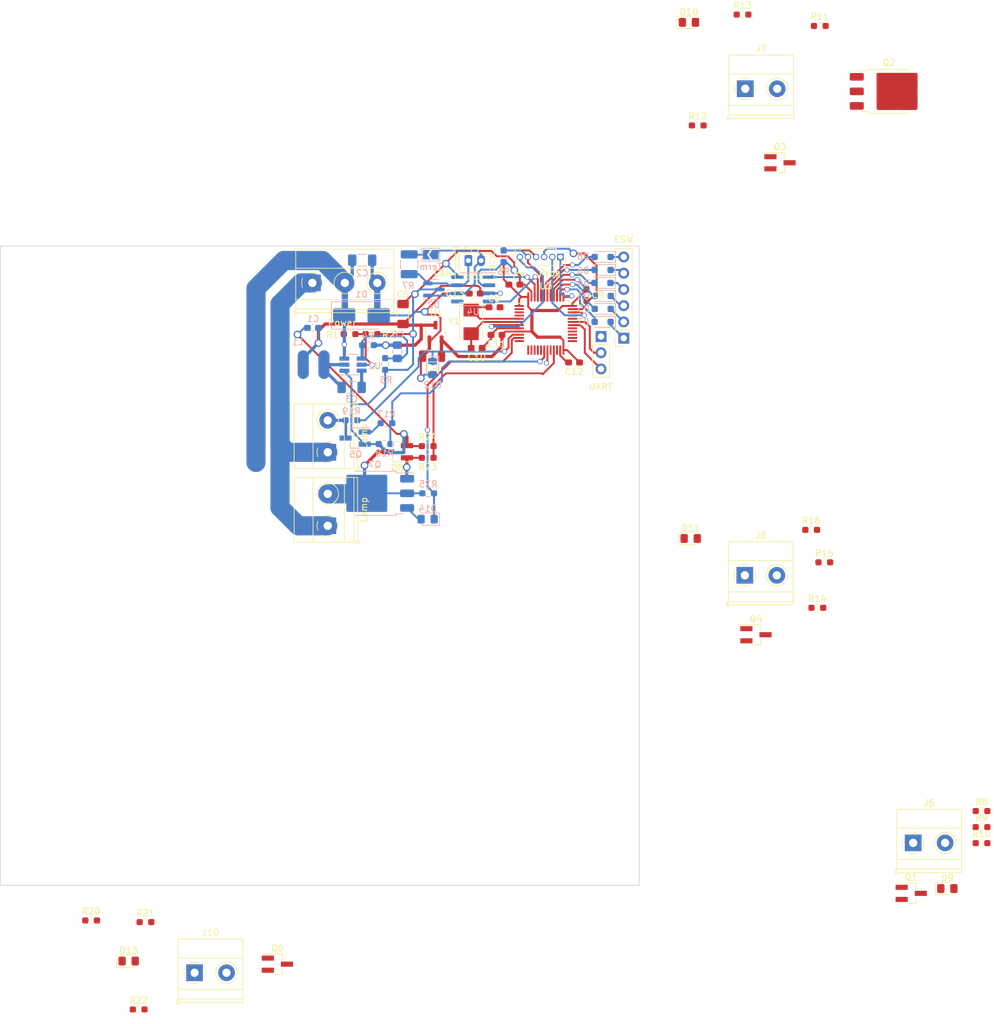
<source format=kicad_pcb>
(kicad_pcb (version 20221018) (generator pcbnew)
  (layers (0 "F.Cu" signal) (31 "B.Cu" signal) (34 "B.Paste" user) (35 "F.Paste" user) (36 "B.SilkS" user "B.Silkscreen") (37 "F.SilkS" user "F.Silkscreen") (38 "B.Mask" user) (39 "F.Mask" user) (44 "Edge.Cuts" user))
  (net 0 "")
  (net 1 "+5V")
  (net 2 "GND")
  (net 3 "+12V")
  (net 4 "Net-(U2-SW)")
  (net 5 "Net-(U2-BS)")
  (net 6 "+3V3")
  (net 7 "Net-(U2-FB)")
  (net 8 "/OSC_IN")
  (net 9 "/OSC_OUT")
  (net 10 "/CANL")
  (net 11 "/CANH")
  (net 12 "Net-(D3-K)")
  (net 13 "/SW3")
  (net 14 "Net-(D4-K)")
  (net 15 "/SW4")
  (net 16 "Net-(D5-K)")
  (net 17 "/SW2")
  (net 18 "Net-(D6-K)")
  (net 19 "/SW5")
  (net 20 "Net-(D7-K)")
  (net 21 "/SW1")
  (net 22 "Net-(D8-K)")
  (net 23 "/SW6")
  (net 24 "/adc0")
  (net 25 "/adc4")
  (net 26 "/adc1")
  (net 27 "/adc2")
  (net 28 "/adc3")
  (net 29 "/adc5")
  (net 30 "/HOT@Always")
  (net 31 "/Rx")
  (net 32 "/Tx")
  (net 33 "/SWCLK")
  (net 34 "/SWDIO")
  (net 35 "Net-(J3-Pin_4)")
  (net 36 "/BOOT0")
  (net 37 "/NRST")
  (net 38 "Net-(J6-Pin_2)")
  (net 39 "/L_pwrX/d")
  (net 40 "Net-(J8-Pin_2)")
  (net 41 "Net-(J9-Pin_2)")
  (net 42 "Net-(J10-Pin_2)")
  (net 43 "/L_pwrX1/d")
  (net 44 "Net-(JP1-B)")
  (net 45 "Net-(Q1-G)")
  (net 46 "/L_pwrX/g")
  (net 47 "Net-(Q4-G)")
  (net 48 "Net-(Q5-G)")
  (net 49 "Net-(Q6-G)")
  (net 50 "/L_pwrX1/g")
  (net 51 "/VEN")
  (net 52 "/T3_Ch1")
  (net 53 "/T2_Ch3")
  (net 54 "/T2_Ch4")
  (net 55 "/T3_Ch2")
  (net 59 "/T3_Ch3")
  (net 60 "/T3_Ch4")
  (net 63 "/CAN_Rx")
  (net 64 "/CAN_Tx")
  (footprint "Diode_SMD:D_0805_2012Metric_Pad1.15x1.40mm_HandSolder" (layer "F.Cu") (at 141.7738 22.985)
    (fp_text reference "D10")
    (fp_text value "MM3Z3V3")
  )
  (footprint "Resistor_SMD:R_0603_1608Metric_Pad0.98x0.95mm_HandSolder" (layer "F.Cu") (at 88.6695 71.755 180)
    (fp_text reference "R1")
    (fp_text value "300k")
  )
  (footprint "Package_TO_SOT_SMD:TO-252-3_TabPin2" (layer "F.Cu") (at 173.087 33.781)
    (fp_text reference "Q2")
    (fp_text value "IRLR7807")
  )
  (footprint "Resistor_SMD:R_0603_1608Metric_Pad0.98x0.95mm_HandSolder" (layer "F.Cu") (at 100.8907 91.1098 180)
    (fp_text reference "R23")
    (fp_text value "220")
  )
  (footprint "Diode_SMD:D_0805_2012Metric_Pad1.15x1.40mm_HandSolder" (layer "F.Cu") (at 182.2198 158.5038)
    (fp_text reference "D9")
    (fp_text value "MM3Z3V3")
  )
  (footprint "Resistor_SMD:R_0603_1608Metric_Pad0.98x0.95mm_HandSolder" (layer "F.Cu") (at 162.9683 107.4674)
    (fp_text reference "R15")
    (fp_text value "10k")
  )
  (footprint "Capacitor_SMD:C_0603_1608Metric_Pad1.08x0.95mm_HandSolder" (layer "F.Cu") (at 108.2559 65.405)
    (fp_text reference "C13")
    (fp_text value "0.1")
  )
  (footprint "Package_TO_SOT_SMD:SOT-23_Handsoldering" (layer "F.Cu") (at 77.367 170.3324)
    (fp_text reference "Q6")
    (fp_text value "AO3407")
  )
  (footprint "Package_TO_SOT_SMD:SOT-23_Handsoldering" (layer "F.Cu") (at 156.0308 44.956)
    (fp_text reference "Q3")
    (fp_text value "AO3407")
  )
  (footprint "TerminalBlock_Phoenix:TerminalBlock_Phoenix_MKDS-1,5-2_1x02_P5.00mm_Horizontal" (layer "F.Cu") (at 150.535 109.4996)
    (fp_text reference "J8")
    (fp_text value "Lamp")
  )
  (footprint "Package_TO_SOT_SMD:SOT-23_Handsoldering" (layer "F.Cu") (at 96.1376 90.1598 180)
    (fp_text reference "Q8")
    (fp_text value "AO3407")
  )
  (footprint "Crystal:Crystal_SMD_5032-2Pin_5.0x3.2mm" (layer "F.Cu") (at 107.696 69.85 -90)
    (fp_text reference "Y1")
    (fp_text value "NX5032GA-8MHz")
  )
  (footprint "Package_TO_SOT_SMD:SOT-23_Handsoldering" (layer "F.Cu") (at 152.2716 118.7958)
    (fp_text reference "Q4")
    (fp_text value "AO3407")
  )
  (footprint "TerminalBlock_Phoenix:TerminalBlock_Phoenix_MKDS-1,5-2_1x02_P5.00mm_Horizontal" (layer "F.Cu") (at 85.25 101.75 90)
    (fp_text reference "J11" hide)
    (fp_text value "Lamp")
  )
  (footprint "Package_QFP:LQFP-48_7x7mm_P0.5mm" (layer "F.Cu") (at 119.38 70.104)
    (fp_text reference "U3")
    (fp_text value "STM32F103C6Tx")
  )
  (footprint "TerminalBlock_Phoenix:TerminalBlock_Phoenix_MKDS-1,5-2_1x02_P5.00mm_Horizontal" (layer "F.Cu") (at 150.5966 33.3736)
    (fp_text reference "J7")
    (fp_text value "Lamp")
  )
  (footprint "Resistor_SMD:R_0603_1608Metric_Pad0.98x0.95mm_HandSolder" (layer "F.Cu") (at 48.2111 163.4998)
    (fp_text reference "R20")
    (fp_text value "100")
  )
  (footprint "Resistor_SMD:R_0603_1608Metric_Pad0.98x0.95mm_HandSolder" (layer "F.Cu") (at 162.2571 23.5438)
    (fp_text reference "R11")
    (fp_text value "220")
  )
  (footprint "Resistor_SMD:R_0603_1608Metric_Pad0.98x0.95mm_HandSolder" (layer "F.Cu") (at 100.8869 89.281)
    (fp_text reference "R24")
    (fp_text value "10k")
  )
  (footprint "Capacitor_SMD:C_0603_1608Metric_Pad1.08x0.95mm_HandSolder" (layer "F.Cu") (at 111.6595 71.882 180)
    (fp_text reference "C11")
    (fp_text value "0.1")
  )
  (footprint "TerminalBlock_Phoenix:TerminalBlock_Phoenix_MKDS-1,5-2_1x02_P5.00mm_Horizontal" (layer "F.Cu") (at 85.25 90.25 90)
    (fp_text reference "J9" hide)
    (fp_text value "Lamp")
  )
  (footprint "Connector_PinSocket_2.54mm:PinSocket_1x06_P2.54mm_Vertical" (layer "F.Cu") (at 131.572 72.39 180)
    (fp_text reference "J5" hide)
    (fp_text value "ESW")
  )
  (footprint "TerminalBlock_Phoenix:TerminalBlock_Phoenix_MKDS-1,5-2_1x02_P5.00mm_Horizontal" (layer "F.Cu") (at 176.8748 151.3588)
    (fp_text reference "J6")
    (fp_text value "Lamp")
  )
  (footprint "Resistor_SMD:R_0603_1608Metric_Pad0.98x0.95mm_HandSolder" (layer "F.Cu") (at 187.5748 148.8888)
    (fp_text reference "R9")
    (fp_text value "10k")
  )
  (footprint "Package_TO_SOT_SMD:SOT-23-3" (layer "F.Cu") (at 102.108 71.4955 90)
    (fp_text reference "U1")
    (fp_text value "XC6206PxxxMR")
  )
  (footprint "Resistor_SMD:R_0603_1608Metric_Pad0.98x0.95mm_HandSolder" (layer "F.Cu") (at 112.776 59.5865 90)
    (fp_text reference "R5")
    (fp_text value "6.8")
  )
  (footprint "Diode_SMD:D_0805_2012Metric_Pad1.15x1.40mm_HandSolder" (layer "F.Cu") (at 142.0532 103.7336)
    (fp_text reference "D11")
    (fp_text value "MM3Z3V3")
  )
  (footprint "Connector_PinSocket_2.54mm:PinSocket_1x03_P2.54mm_Vertical" (layer "F.Cu") (at 128.016 72.136)
    (fp_text reference "J2" hide)
    (fp_text value "UART")
  )
  (footprint "Package_TO_SOT_SMD:SOT-23_Handsoldering" (layer "F.Cu") (at 176.5748 159.2588)
    (fp_text reference "Q1")
    (fp_text value "AO3407")
  )
  (footprint "Resistor_SMD:R_0603_1608Metric_Pad0.98x0.95mm_HandSolder" (layer "F.Cu") (at 160.9109 102.3874)
    (fp_text reference "R16")
    (fp_text value "100k")
  )
  (footprint "Resistor_SMD:R_0603_1608Metric_Pad0.98x0.95mm_HandSolder" (layer "F.Cu") (at 150.1667 21.7658)
    (fp_text reference "R13")
    (fp_text value "100k")
  )
  (footprint "Resistor_SMD:R_0603_1608Metric_Pad0.98x0.95mm_HandSolder" (layer "F.Cu") (at 187.5748 151.3988)
    (fp_text reference "R10")
    (fp_text value "100k")
  )
  (footprint "Capacitor_SMD:C_1206_3216Metric" (layer "F.Cu") (at 101.5728 75.2094 180)
    (fp_text reference "C4")
    (fp_text value "47u")
  )
  (footprint "Resistor_SMD:R_0603_1608Metric_Pad0.98x0.95mm_HandSolder" (layer "F.Cu") (at 56.7201 163.7538)
    (fp_text reference "R21")
    (fp_text value "10k")
  )
  (footprint "Diode_SMD:D_0805_2012Metric_Pad1.15x1.40mm_HandSolder" (layer "F.Cu") (at 54.0856 169.8498)
    (fp_text reference "D13")
    (fp_text value "MM3Z3V3")
  )
  (footprint "TerminalBlock_Phoenix:TerminalBlock_Phoenix_MKDS-1,5-2_1x02_P5.00mm_Horizontal" (layer "F.Cu") (at 64.4036 171.6788)
    (fp_text reference "J10")
    (fp_text value "Lamp")
  )
  (footprint "Resistor_SMD:R_0603_1608Metric_Pad0.98x0.95mm_HandSolder" (layer "F.Cu") (at 187.5748 146.3788)
    (fp_text reference "R8")
    (fp_text value "100")
  )
  (footprint "Capacitor_SMD:C_0603_1608Metric_Pad1.08x0.95mm_HandSolder" (layer "F.Cu") (at 111.3525 67.564)
    (fp_text reference "C8")
    (fp_text value "6")
  )
  (footprint "Resistor_SMD:R_0603_1608Metric_Pad0.98x0.95mm_HandSolder" (layer "F.Cu") (at 55.6533 177.419)
    (fp_text reference "R22")
    (fp_text value "100k")
  )
  (footprint "Capacitor_SMD:C_0603_1608Metric_Pad1.08x0.95mm_HandSolder" (layer "F.Cu") (at 114.4535 64.008)
    (fp_text reference "C7")
    (fp_text value "0.1")
  )
  (footprint "TerminalBlock_Phoenix:TerminalBlock_Phoenix_MKDS-1,5-3-5.08_1x03_P5.08mm_Horizontal" (layer "F.Cu") (at 82.84 63.75)
    (fp_text reference "J1" hide)
    (fp_text value "Power")
  )
  (footprint "Resistor_SMD:R_0603_1608Metric_Pad0.98x0.95mm_HandSolder" (layer "F.Cu") (at 161.8761 114.5794)
    (fp_text reference "R14")
    (fp_text value "100")
  )
  (footprint "Capacitor_SMD:C_0603_1608Metric_Pad1.08x0.95mm_HandSolder" (layer "F.Cu") (at 108.5585 73.914)
    (fp_text reference "C10")
    (fp_text value "6")
  )
  (footprint "Connector_JST:JST_PH_B2B-PH-K_1x02_P2.00mm_Vertical" (layer "F.Cu") (at 107.25 60.25)
    (fp_text reference "J4" hide)
    (fp_text value "CAN")
  )
  (footprint "Connector_PinSocket_1.27mm:PinSocket_1x06_P1.27mm_Vertical" (layer "F.Cu") (at 121.666 59.69 -90)
    (fp_text reference "J3" hide)
    (fp_text value "Prog")
  )
  (footprint "Capacitor_SMD:C_1206_3216Metric_Pad1.33x1.80mm_HandSolder" (layer "F.Cu") (at 97.028 68.6185 90)
    (fp_text reference "C5")
    (fp_text value "47u")
  )
  (footprint "Capacitor_SMD:C_0603_1608Metric_Pad1.08x0.95mm_HandSolder" (layer "F.Cu") (at 123.7985 76.2 180)
    (fp_text reference "C12")
    (fp_text value "0.1")
  )
  (footprint "Resistor_SMD:R_0603_1608Metric_Pad0.98x0.95mm_HandSolder" (layer "F.Cu") (at 92.0985 71.755 180)
    (fp_text reference "R2")
    (fp_text value "100k")
  )
  (footprint "Capacitor_SMD:C_0603_1608Metric_Pad1.08x0.95mm_HandSolder" (layer "F.Cu") (at 125.73 65.6325 -90)
    (fp_text reference "C9")
    (fp_text value "0.1")
  )
  (footprint "Resistor_SMD:R_0603_1608Metric_Pad0.98x0.95mm_HandSolder" (layer "F.Cu") (at 143.1563 39.114)
    (fp_text reference "R12")
    (fp_text value "10k")
  )
  (footprint "Capacitor_SMD:C_1206_3216Metric_Pad1.33x1.80mm_HandSolder" (layer "B.Cu") (at 90.6395 60.198 180)
    (fp_text reference "C2")
    (fp_text value "10u")
  )
  (footprint "Diode_SMD:D_SOD-323_HandSoldering" (layer "B.Cu") (at 128.25 63.754 180)
    (fp_text reference "D4")
    (fp_text value "1N5819")
  )
  (footprint "Diode_SMD:D_0805_2012Metric_Pad1.15x1.40mm_HandSolder" (layer "B.Cu") (at 101.6508 77.0726 -90)
    (fp_text reference "D12")
    (fp_text value "MM3Z3V3")
  )
  (footprint "Diode_SMD:D_SOD-323_HandSoldering" (layer "B.Cu") (at 128.27 61.722 180)
    (fp_text reference "D6")
    (fp_text value "1N5819")
  )
  (footprint "Package_TO_SOT_SMD:SOT-23" (layer "B.Cu") (at 101.8563 64.77)
    (fp_text reference "D2")
    (fp_text value "PESD1CAN")
  )
  (footprint "Package_TO_SOT_SMD:TO-252-3_TabPin2" (layer "B.Cu") (at 92.6224 96.6714 180)
    (fp_text reference "Q7")
    (fp_text value "IRLR7807")
  )
  (footprint "Capacitor_SMD:C_1206_3216Metric_Pad1.33x1.80mm_HandSolder" (layer "B.Cu") (at 88.9885 80.094)
    (fp_text reference "C3")
    (fp_text value "1u")
  )
  (footprint "Jumper:SolderJumper-2_P1.3mm_Open_TrianglePad1.0x1.5mm" (layer "B.Cu") (at 101.383 59.3344 180)
    (fp_text reference "JP1" hide)
    (fp_text value "Term")
  )
  (footprint "Capacitor_SMD:C_0603_1608Metric_Pad1.08x0.95mm_HandSolder" (layer "B.Cu") (at 82.9299 70.7898 180)
    (fp_text reference "C1")
    (fp_text value "0.1")
  )
  (footprint "Diode_SMD:D_SOD-323_HandSoldering" (layer "B.Cu") (at 128.27 59.69 180)
    (fp_text reference "D8")
    (fp_text value "1N5819")
  )
  (footprint "Resistor_SMD:R_0603_1608Metric_Pad0.98x0.95mm_HandSolder" (layer "B.Cu") (at 94.234 76.4345 -90)
    (fp_text reference "R3")
    (fp_text value "19k")
  )
  (footprint "Capacitor_SMD:C_0805_2012Metric_Pad1.18x1.45mm_HandSolder" (layer "B.Cu") (at 96.139 74.5275 -90)
    (fp_text reference "C6")
    (fp_text value "22")
  )
  (footprint "Package_SO:SOIC-8_3.9x4.9mm_P1.27mm" (layer "B.Cu") (at 108 64.75 180)
    (fp_text reference "U4")
    (fp_text value "TJA1050")
  )
  (footprint "Resistor_SMD:R_1210_3225Metric_Pad1.30x2.65mm_HandSolder" (layer "B.Cu") (at 97.9932 60.8336 90)
    (fp_text reference "R7")
    (fp_text value "120")
  )
  (footprint "Resistor_SMD:R_0603_1608Metric_Pad0.98x0.95mm_HandSolder" (layer "B.Cu") (at 112.776 59.5865 90)
    (fp_text reference "R6")
    (fp_text value "10k")
  )
  (footprint "Diode_SMD:D_SOD-323_HandSoldering" (layer "B.Cu") (at 128.27 69.85 180)
    (fp_text reference "D7")
    (fp_text value "1N5819")
  )
  (footprint "Diode_SMD:D_SOD-323_HandSoldering" (layer "B.Cu") (at 128.29 65.786 180)
    (fp_text reference "D3")
    (fp_text value "1N5819")
  )
  (footprint "Resistor_SMD:R_0603_1608Metric_Pad0.98x0.95mm_HandSolder" (layer "B.Cu") (at 100.9669 96.6724 180)
    (fp_text reference "R25")
    (fp_text value "100k")
  )
  (footprint "Resistor_SMD:R_0603_1608Metric_Pad0.98x0.95mm_HandSolder" (layer "B.Cu") (at 91.5435 73.49 180)
    (fp_text reference "R4")
    (fp_text value "100k")
  )
  (footprint "Package_TO_SOT_SMD:SOT-23-6_Handsoldering" (layer "B.Cu") (at 89.201 76.538)
    (fp_text reference "U2")
    (fp_text value "MT1470")
  )
  (footprint "Diode_SMD:D_0805_2012Metric_Pad1.15x1.40mm_HandSolder" (layer "B.Cu") (at 100.8798 100.711 180)
    (fp_text reference "D14")
    (fp_text value "MM3Z3V3")
  )
  (footprint "Resistor_SMD:R_0603_1608Metric_Pad0.98x0.95mm_HandSolder" (layer "B.Cu") (at 94.4353 85.6996 180)
    (fp_text reference "R17")
    (fp_text value "100")
  )
  (footprint "Diode_SMD:D_SOD-323_HandSoldering" (layer "B.Cu") (at 128.29 67.818 180)
    (fp_text reference "D5")
    (fp_text value "1N5819")
  )
  (footprint "Diode_SMD:D_SMB_Handsoldering" (layer "B.Cu") (at 90.518 68.834)
    (fp_text reference "D1")
    (fp_text value "SMBJ18A")
  )
  (footprint "kicad:cd43" (layer "B.Cu") (at 83.032 76.538 180)
    (fp_text reference "L1")
    (fp_text value "10u")
  )
  (footprint "Package_TO_SOT_SMD:SOT-23_Handsoldering" (layer "B.Cu") (at 89.5336 88.0212 180)
    (fp_text reference "Q5")
    (fp_text value "AO3407")
  )
  (footprint "Resistor_SMD:R_0603_1608Metric_Pad0.98x0.95mm_HandSolder" (layer "B.Cu") (at 94.1343 88.9508)
    (fp_text reference "R18")
    (fp_text value "10k")
  )
  (footprint "Resistor_SMD:R_0603_1608Metric_Pad0.98x0.95mm_HandSolder" (layer "B.Cu") (at 88.9489 85.2424 180)
    (fp_text reference "R19")
    (fp_text value "100k")
  )
  (gr_rect (start 34 58) (end 134 158) (stroke (width 0.1)) (fill none) (layer "Edge.Cuts"))
  (segment (start 83.7946 71.2216) (end 84.8352 70.181) (width 0.5) (layer "F.Cu") (net 1))
  (segment (start 94.3102 73.49) (end 98.9252 73.49) (width 0.5) (layer "F.Cu") (net 1))
  (segment (start 97.028 70.181) (end 102.9978 64.2112) (width 0.3) (layer "F.Cu") (net 1))
  (segment (start 112.2426 65.3796) (end 109.1438 65.3796) (width 0.3) (layer "F.Cu") (net 1))
  (segment (start 108.7628 64.2112) (end 109.1184 64.5668) (width 0.3) (layer "F.Cu") (net 1))
  (segment (start 99.8728 72.5424) (end 99.8728 70.358) (width 0.5) (layer "F.Cu") (net 1))
  (segment (start 98.9252 73.49) (end 99.8728 72.5424) (width 0.5) (layer "F.Cu") (net 1))
  (segment (start 109.1184 64.5668) (end 109.1184 65.405) (width 0.3) (layer "F.Cu") (net 1))
  (segment (start 84.8352 70.181) (end 97.028 70.181) (width 0.5) (layer "F.Cu") (net 1))
  (segment (start 102.9978 64.2112) (end 108.7628 64.2112) (width 0.3) (layer "F.Cu") (net 1))
  (segment (start 102.108 70.358) (end 99.8728 70.358) (width 0.5) (layer "F.Cu") (net 1))
  (segment (start 97.205 70.358) (end 97.028 70.181) (width 0.5) (layer "F.Cu") (net 1))
  (segment (start 109.1438 65.3796) (end 109.1184 65.405) (width 0.3) (layer "F.Cu") (net 1))
  (segment (start 99.8728 70.358) (end 97.205 70.358) (width 0.5) (layer "F.Cu") (net 1))
  (segment (start 83.7946 73.152) (end 83.7946 71.2216) (width 0.5) (layer "F.Cu") (net 1))
  (via (at 83.7946 73.152) (size 1.2) (drill 0.8) (layers "F.Cu" "B.Cu") (net 1))
  (via (at 112.2426 65.3796) (size 0.8) (drill 0.6) (layers "F.Cu" "B.Cu") (net 1))
  (via (at 94.3102 73.49) (size 1.2) (drill 0.8) (layers "F.Cu" "B.Cu") (net 1))
  (segment (start 83.7946 70.792) (end 83.7924 70.7898) (width 0.3) (layer "B.Cu") (net 1))
  (segment (start 81.407 75.5396) (end 83.7946 73.152) (width 0.5) (layer "B.Cu") (net 1))
  (segment (start 94.3102 73.49) (end 96.139 73.49) (width 0.5) (layer "B.Cu") (net 1))
  (segment (start 112.2372 65.385) (end 112.2426 65.3796) (width 0.3) (layer "B.Cu") (net 1))
  (segment (start 94.0562 73.49) (end 94.3102 73.49) (width 0.3) (layer "B.Cu") (net 1))
  (segment (start 110.475 65.385) (end 112.2372 65.385) (width 0.3) (layer "B.Cu") (net 1))
  (segment (start 81.407 76.538) (end 81.407 75.5396) (width 0.5) (layer "B.Cu") (net 1))
  (segment (start 83.7946 73.152) (end 83.7946 70.792) (width 0.3) (layer "B.Cu") (net 1))
  (segment (start 92.456 73.49) (end 94.0562 73.49) (width 0.5) (layer "B.Cu") (net 1))
  (segment (start 116.035041 64.008) (end 115.316 64.008) (width 0.3) (layer "F.Cu") (net 2))
  (segment (start 122.724959 76.2) (end 122.936 76.2) (width 0.3) (layer "F.Cu") (net 2))
  (segment (start 103.3018 65.405) (end 100.4316 68.2752) (width 0.3) (layer "F.Cu") (net 2))
  (segment (start 121.63 75.105041) (end 122.724959 76.2) (width 0.3) (layer "F.Cu") (net 2))
  (segment (start 96.0628 87.376) (end 97.155 87.376) (width 0.3) (layer "F.Cu") (net 2))
  (segment (start 110.797 72.538) (end 109.421 73.914) (width 0.3) (layer "F.Cu") (net 2))
  (segment (start 102.362 68.707) (end 102.8954 69.2404) (width 0.3) (layer "F.Cu") (net 2))
  (segment (start 103.7336 60.7314) (end 103.7336 60.6298) (width 0.3) (layer "F.Cu") (net 2))
  (segment (start 123.5425 67.854) (end 125.059 67.854) (width 0.3) (layer "F.Cu") (net 2))
  (segment (start 101.158 72.633) (end 101.484 72.633) (width 0.3) (layer "F.Cu") (net 2))
  (segment (start 100.8634 68.707) (end 102.362 68.707) (width 0.3) (layer "F.Cu") (net 2))
  (segment (start 98.8822 65.5066) (end 98.5774 65.5066) (width 0.3) (layer "F.Cu") (net 2))
  (segment (start 115.316 62.611) (end 115.316 64.008) (width 0.3) (layer "F.Cu") (net 2))
  (segment (start 127.3302 65.3034) (end 127.3302 61.0616) (width 0.3) (layer "F.Cu") (net 2))
  (segment (start 102.8954 69.2404) (end 102.8954 71.2216) (width 0.3) (layer "F.Cu") (net 2))
  (segment (start 103.7336 60.6298) (end 105.6132 58.7502) (width 0.3) (layer "F.Cu") (net 2))
  (segment (start 101.158 72.633) (end 101.158 74.1492) (width 0.5) (layer "F.Cu") (net 2))
  (segment (start 100.4316 68.2752) (end 100.8634 68.707) (width 0.3) (layer "F.Cu") (net 2))
  (segment (start 103.6574 60.7314) (end 98.8822 65.5066) (width 0.3) (layer "F.Cu") (net 2))
  (segment (start 113.4364 59.5884) (end 114.4524 60.6044) (width 0.3) (layer "F.Cu") (net 2))
  (segment (start 125.73 66.495) (end 126.1386 66.495) (width 0.3) (layer "F.Cu") (net 2))
  (segment (start 103.7336 60.7314) (end 103.6574 60.7314) (width 0.3) (layer "F.Cu") (net 2))
  (segment (start 125.73 67.183) (end 125.059 67.854) (width 0.3) (layer "F.Cu") (net 2))
  (segment (start 98.5774 65.5066) (end 97.028 67.056) (width 0.3) (layer "F.Cu") (net 2))
  (segment (start 114.4524 60.6044) (end 114.4524 61.7474) (width 0.3) (layer "F.Cu") (net 2))
  (segment (start 114.4524 61.7474) (end 115.316 62.611) (width 0.3) (layer "F.Cu") (net 2))
  (segment (start 99.822 78.6384) (end 99.822 75.4852) (width 0.3) (layer "F.Cu") (net 2))
  (segment (start 97.6376 87.8586) (end 97.155 87.376) (width 0.5) (layer "F.Cu") (net 2))
  (segment (start 101.484 72.633) (end 102.8954 71.2216) (width 0.3) (layer "F.Cu") (net 2))
  (segment (start 121.63 74.2665) (end 121.63 75.105041) (width 0.3) (layer "F.Cu") (net 2))
  (segment (start 110.797 71.882) (end 110.797 72.538) (width 0.3) (layer "F.Cu") (net 2))
  (segment (start 125.73 66.495) (end 125.73 67.183) (width 0.3) (layer "F.Cu") (net 2))
  (segment (start 80.518 71.8312) (end 96.0628 87.376) (width 0.3) (layer "F.Cu") (net 2))
  (segment (start 97.7088 89.281) (end 97.6376 89.2098) (width 0.3) (layer "F.Cu") (net 2))
  (segment (start 117.13 65.9415) (end 117.13 65.102959) (width 0.3) (layer "F.Cu") (net 2))
  (segment (start 111.7092 59.5884) (end 113.4364 59.5884) (width 0.3) (layer "F.Cu") (net 2))
  (segment (start 111.825 70.854) (end 110.797 71.882) (width 0.3) (layer "F.Cu") (net 2))
  (segment (start 127.3302 61.0616) (end 125.3998 59.1312) (width 0.3) (layer "F.Cu") (net 2))
  (segment (start 99.822 75.4852) (end 100.0978 75.2094) (width 0.3) (layer "F.Cu") (net 2))
  (segment (start 98.5774 71.755) (end 98.6028 71.7296) (width 0.3) (layer "F.Cu") (net 2))
  (segment (start 115.2175 70.854) (end 111.825 70.854) (width 0.3) (layer "F.Cu") (net 2))
  (segment (start 126.1386 66.495) (end 127.3302 65.3034) (width 0.3) (layer "F.Cu") (net 2))
  (segment (start 101.158 74.1492) (end 100.0978 75.2094) (width 0.5) (layer "F.Cu") (net 2))
  (segment (start 99.9744 89.281) (end 97.7088 89.281) (width 0.3) (layer "F.Cu") (net 2))
  (segment (start 105.6132 58.7502) (end 110.871 58.7502) (width 0.3) (layer "F.Cu") (net 2))
  (segment (start 97.6376 89.2098) (end 97.6376 87.8586) (width 0.5) (layer "F.Cu") (net 2))
  (segment (start 117.13 65.102959) (end 116.035041 64.008) (width 0.3) (layer "F.Cu") (net 2))
  (segment (start 125.3998 59.1312) (end 123.698 59.1312) (width 0.3) (layer "F.Cu") (net 2))
  (segment (start 110.871 58.7502) (end 111.7092 59.5884) (width 0.3) (layer "F.Cu") (net 2))
  (segment (start 93.011 71.755) (end 98.5774 71.755) (width 0.3) (layer "F.Cu") (net 2))
  (segment (start 107.3934 65.405) (end 103.3018 65.405) (width 0.3) (layer "F.Cu") (net 2))
  (via (at 97.155 87.376) (size 1.2) (drill 0.8) (layers "F.Cu" "B.Cu") (net 2))
  (via (at 98.8822 65.5066) (size 1.2) (drill 0.8) (layers "F.Cu" "B.Cu") (net 2))
  (via (at 114.4524 61.7474) (size 1.2) (drill 0.8) (layers "F.Cu" "B.Cu") (net 2))
  (via (at 100.4316 68.2752) (size 1.2) (drill 0.8) (layers "F.Cu" "B.Cu") (net 2))
  (via (at 103.7336 60.7314) (size 1.2) (drill 0.8) (layers "F.Cu" "B.Cu") (net 2))
  (via (at 80.518 71.8312) (size 1.2) (drill 0.8) (layers "F.Cu" "B.Cu") (net 2))
  (via (at 123.698 59.1312) (size 1.2) (drill 0.8) (layers "F.Cu" "B.Cu") (net 2))
  (via (at 98.6028 71.7296) (size 1.2) (drill 0.8) (layers "F.Cu" "B.Cu") (net 2))
  (via (at 99.822 78.6384) (size 1.2) (drill 0.8) (layers "F.Cu" "B.Cu") (net 2))
  (segment (start 94.234 80.0354) (end 91.5416 82.7278) (width 0.3) (layer "B.Cu") (net 2))
  (segment (start 101.6508 78.0976) (end 100.3628 78.0976) (width 0.3) (layer "B.Cu") (net 2))
  (segment (start 97.155 90.297) (end 94.568 90.297) (width 0.5) (layer "B.Cu") (net 2))
  (segment (start 102.7938 64.77) (end 99.6188 64.77) (width 0.3) (layer "B.Cu") (net 2))
  (segment (start 93.2014 88.9712) (end 93.2218 88.9508) (width 0.3) (layer "B.Cu") (net 2))
  (segment (start 105.525 62.5228) (end 103.7336 60.7314) (width 0.3) (layer "B.Cu") (net 2))
  (segment (start 92.202 62.952) (end 93 63.75) (width 0.5) (layer "B.Cu") (net 2))
  (segment (start 98.6028 68.7578) (end 98.6028 68.3006) (width 0.3) (layer "B.Cu") (net 2))
  (segment (start 98.6028 71.7296) (end 98.6028 68.7578) (width 0.3) (layer "B.Cu") (net 2))
  (segment (start 99.6188 64.77) (end 98.8822 65.5066) (width 0.3) (layer "B.Cu") (net 2))
  (segment (start 112.776 60.499) (end 113.204 60.499) (width 0.3) (layer "B.Cu") (net 2))
  (segment (start 98.5266 68.834) (end 98.6028 68.7578) (width 0.3) (layer "B.Cu") (net 2))
  (segment (start 109.2454 61.6712) (end 111.6038 61.6712) (width 0.3) (layer "B.Cu") (net 2))
  (segment (start 100.3628 78.0976) (end 99.822 78.6384) (width 0.3) (layer "B.Cu") (net 2))
  (segment (start 91.0336 88.9712) (end 93.2014 88.9712) (width 0.3) (layer "B.Cu") (net 2))
  (segment (start 98.6028 65.786) (end 98.8822 65.5066) (width 0.3) (layer "B.Cu") (net 2))
  (segment (start 93 68.616) (end 93.218 68.834) (width 1) (layer "B.Cu") (net 2))
  (segment (start 110.475 64.115) (end 109.3778 64.115) (width 0.3) (layer "B.Cu") (net 2))
  (segment (start 88.9508 86.7664) (end 89.5858 87.4014) (width 0.3) (layer "B.Cu") (net 2))
  (segment (start 81.5594 70.7898) (end 80.518 71.8312) (width 0.3) (layer "B.Cu") (net 2))
  (segment (start 94.234 77.347) (end 97.7606 77.347) (width 0.3) (layer "B.Cu") (net 2))
  (segment (start 89.5858 87.4014) (end 89.5858 87.5234) (width 0.3) (layer "B.Cu") (net 2))
  (segment (start 99.422 100.711) (end 97.6624 98.9514) (width 0.3) (layer "B.Cu") (net 2))
  (segment (start 108.839 63.5762) (end 108.839 62.0776) (width 0.3) (layer "B.Cu") (net 2))
  (segment (start 100.4316 68.2752) (end 98.6282 68.2752) (width 0.3) (layer "B.Cu") (net 2))
  (segment (start 88.9508 82.7278) (end 88.9508 86.7664) (width 0.3) (layer "B.Cu") (net 2))
  (segment (start 87.851 77.6402) (end 88.9508 78.74) (width 0.3) (layer "B.Cu") (net 2))
  (segment (start 92.202 60.198) (end 92.202 62.952) (width 0.5) (layer "B.Cu") (net 2))
  (segment (start 97.155 87.376) (end 97.155 90.297) (width 0.5) (layer "B.Cu") (net 2))
  (segment (start 91.5416 82.7278) (end 88.9508 82.7278) (width 0.3) (layer "B.Cu") (net 2))
  (segment (start 113.204 60.499) (end 114.4524 61.7474) (width 0.3) (layer "B.Cu") (net 2))
  (segment (start 122.9668 58.4) (end 123.698 59.1312) (width 0.3) (layer "B.Cu") (net 2))
  (segment (start 109.3778 64.115) (end 108.839 63.5762) (width 0.3) (layer "B.Cu") (net 2))
  (segment (start 88.9508 78.74) (end 88.9508 82.7278) (width 0.3) (layer "B.Cu") (net 2))
  (segment (start 122.7328 58.4) (end 122.9668 58.4) (width 0.3) (layer "B.Cu") (net 2))
  (segment (start 82.0674 70.7898) (end 81.5594 70.7898) (width 0.3) (layer "B.Cu") (net 2))
  (segment (start 93.218 68.834) (end 98.5266 68.834) (width 0.3) (layer "B.Cu") (net 2))
  (segment (start 98.6282 68.2752) (end 98.6028 68.3006) (width 0.3) (layer "B.Cu") (net 2))
  (segment (start 94.568 90.297) (end 93.2218 88.9508) (width 0.5) (layer "B.Cu") (net 2))
  (segment (start 87.851 77.488) (end 87.851 77.6402) (width 0.3) (layer "B.Cu") (net 2))
  (segment (start 99.8548 100.711) (end 99.422 100.711) (width 0.3) (layer "B.Cu") (net 2))
  (segment (start 89.5858 87.5234) (end 91.0336 88.9712) (width 0.3) (layer "B.Cu") (net 2))
  (segment (start 119.5524 58.4) (end 122.7328 58.4) (width 0.3) (layer "B.Cu") (net 2))
  (segment (start 98.6028 76.5048) (end 98.6028 71.7296) (width 0.3) (layer "B.Cu") (net 2))
  (segment (start 108.839 62.0776) (end 109.2454 61.6712) (width 0.3) (layer "B.Cu") (net 2))
  (segment (start 93 63.75) (end 93 68.616) (width 1) (layer "B.Cu") (net 2))
  (segment (start 105.525 62.845) (end 105.525 62.5228) (width 0.3) (layer "B.Cu") (net 2))
  (segment (start 98.6028 68.3006) (end 98.6028 65.786) (width 0.3) (layer "B.Cu") (net 2))
  (segment (start 97.7606 77.347) (end 98.6028 76.5048) (width 0.3) (layer "B.Cu") (net 2))
  (segment (start 119.126 58.8264) (end 119.5524 58.4) (width 0.3) (layer "B.Cu") (net 2))
  (segment (start 119.126 59.69) (end 119.126 58.8264) (width 0.3) (layer "B.Cu") (net 2))
  (segment (start 111.6038 61.6712) (end 112.776 60.499) (width 0.3) (layer "B.Cu") (net 2))
  (segment (start 94.234 77.347) (end 94.234 80.0354) (width 0.3) (layer "B.Cu") (net 2))
  (segment (start 87.757 73.312) (end 87.851 73.406) (width 0.3) (layer "F.Cu") (net 3))
  (segment (start 87.757 71.755) (end 87.757 73.312) (width 0.3) (layer "F.Cu") (net 3))
  (via (at 87.851 73.406) (size 0.8) (drill 0.6) (layers "F.Cu" "B.Cu") (net 3))
  (segment (start 84.4188 60.2488) (end 78.3844 60.2488) (width 3) (layer "B.Cu") (net 3))
  (segment (start 89.077 60.198) (end 89.077 62.593) (width 0.5) (layer "B.Cu") (net 3))
  (segment (start 87.92 63.75) (end 84.4188 60.2488) (width 3) (layer "B.Cu") (net 3))
  (segment (start 87.92 63.75) (end 87.92 68.732) (width 1) (layer "B.Cu") (net 3))
  (segment (start 78.3844 60.2488) (end 74.0156 64.6176) (width 3) (layer "B.Cu") (net 3))
  (segment (start 89.077 62.593) (end 87.92 63.75) (width 0.5) (layer "B.Cu") (net 3))
  (segment (start 74.0156 64.6176) (end 74.0156 91.8464) (width 3) (layer "B.Cu") (net 3))
  (segment (start 87.851 75.588) (end 87.851 68.867) (width 0.5) (layer "B.Cu") (net 3))
  (segment (start 87.92 68.732) (end 87.818 68.834) (width 1) (layer "B.Cu") (net 3))
  (segment (start 87.851 68.867) (end 87.818 68.834) (width 0.5) (layer "B.Cu") (net 3))
  (segment (start 87.851 76.538) (end 84.657 76.538) (width 0.5) (layer "B.Cu") (net 4))
  (segment (start 84.657 77.325) (end 87.426 80.094) (width 0.5) (layer "B.Cu") (net 4))
  (segment (start 84.657 76.538) (end 84.657 77.325) (width 0.5) (layer "B.Cu") (net 4))
  (segment (start 90.551 80.094) (end 90.551 77.488) (width 0.5) (layer "B.Cu") (net 5))
  (segment (start 122.13 72.7524) (end 121.6152 72.2376) (width 0.3) (layer "F.Cu") (net 6))
  (segment (start 117.1902 71.354) (end 117.1956 71.3486) (width 0.3) (layer "F.Cu") (net 6))
  (segment (start 115.5245 65.9415) (end 116.63 65.9415) (width 0.3) (layer "F.Cu") (net 6))
  (segment (start 116.63 67.5064) (end 117.1956 68.072) (width 0.3) (layer "F.Cu") (net 6))
  (segment (start 110.9472 75.2602) (end 105.6852 75.2602) (width 0.5) (layer "F.Cu") (net 6))
  (segment (start 112.776 63.193) (end 113.591 64.008) (width 0.3) (layer "F.Cu") (net 6))
  (segment (start 118.0846 72.2376) (end 121.6152 72.2376) (width 0.5) (layer "F.Cu") (net 6))
  (segment (start 121.2596 68.072) (end 117.1956 68.072) (width 0.5) (layer "F.Cu") (net 6))
  (segment (start 123.5425 67.354) (end 121.9776 67.354) (width 0.3) (layer "F.Cu") (net 6))
  (segment (start 122.13 74.2665) (end 122.7275 74.2665) (width 0.3) (layer "F.Cu") (net 6))
  (segment (start 115.2175 66.2485) (end 115.5245 65.9415) (width 0.3) (layer "F.Cu") (net 6))
  (segment (start 103.0478 72.6432) (end 103.058 72.633) (width 0.5) (layer "F.Cu") (net 6))
  (segment (start 123.5425 66.9575) (end 123.5425 67.354) (width 0.3) (layer "F.Cu") (net 6))
  (segment (start 115.2175 71.354) (end 113.05 71.354) (width 0.3) (layer "F.Cu") (net 6))
  (segment (start 112.522 73.6854) (end 110.9472 75.2602) (width 0.5) (layer "F.Cu") (net 6))
  (segment (start 115.2175 67.354) (end 115.2175 66.2485) (width 0.3) (layer "F.Cu") (net 6))
  (segment (start 112.522 71.882) (end 112.522 73.6854) (width 0.5) (layer "F.Cu") (net 6))
  (segment (start 122.13 74.2665) (end 122.13 72.7524) (width 0.3) (layer "F.Cu") (net 6))
  (segment (start 113.05 71.354) (end 112.522 71.882) (width 0.3) (layer "F.Cu") (net 6))
  (segment (start 105.6852 75.2602) (end 103.058 72.633) (width 0.5) (layer "F.Cu") (net 6))
  (segment (start 113.591 64.008) (end 115.5245 65.9415) (width 0.3) (layer "F.Cu") (net 6))
  (segment (start 116.63 65.9415) (end 116.63 67.5064) (width 0.3) (layer "F.Cu") (net 6))
  (segment (start 115.2175 71.354) (end 117.1902 71.354) (width 0.3) (layer "F.Cu") (net 6))
  (segment (start 117.1956 68.072) (end 117.1956 71.3486) (width 0.5) (layer "F.Cu") (net 6))
  (segment (start 103.0478 75.2094) (end 103.0478 72.6432) (width 0.5) (layer "F.Cu") (net 6))
  (segment (start 125.73 64.77) (end 123.5425 66.9575) (width 0.3) (layer "F.Cu") (net 6))
  (segment (start 117.1956 71.3486) (end 118.0846 72.2376) (width 0.5) (layer "F.Cu") (net 6))
  (segment (start 121.9776 67.354) (end 121.2596 68.072) (width 0.3) (layer "F.Cu") (net 6))
  (segment (start 112.776 60.499) (end 112.776 63.193) (width 0.3) (layer "F.Cu") (net 6))
  (segment (start 122.7275 74.2665) (end 124.661 76.2) (width 0.3) (layer "F.Cu") (net 6))
  (segment (start 96.139 75.565) (end 94.277 75.565) (width 0.3) (layer "B.Cu") (net 7))
  (segment (start 90.631 75.508) (end 90.551 75.588) (width 0.3) (layer "B.Cu") (net 7))
  (segment (start 96.8756 75.565) (end 96.139 75.565) (width 0.3) (layer "B.Cu") (net 7))
  (segment (start 97.663 72.771) (end 97.663 74.7776) (width 0.3) (layer "B.Cu") (net 7))
  (segment (start 96.9772 72.0852) (end 97.663 72.771) (width 0.3) (layer "B.Cu") (net 7))
  (segment (start 94.277 75.565) (end 94.234 75.522) (width 0.3) (layer "B.Cu") (net 7))
  (segment (start 90.631 72.8942) (end 91.44 72.0852) (width 0.3) (layer "B.Cu") (net 7))
  (segment (start 91.44 72.0852) (end 96.9772 72.0852) (width 0.3) (layer "B.Cu") (net 7))
  (segment (start 97.663 74.7776) (end 96.8756 75.565) (width 0.3) (layer "B.Cu") (net 7))
  (segment (start 90.631 73.49) (end 90.631 72.8942) (width 0.3) (layer "B.Cu") (net 7))
  (segment (start 90.631 73.49) (end 90.631 75.508) (width 0.5) (layer "B.Cu") (net 7))
  (segment (start 108.132 67.564) (end 107.696 68) (width 0.3) (layer "F.Cu") (net 8))
  (segment (start 109.05 69.354) (end 107.696 68) (width 0.3) (layer "F.Cu") (net 8))
  (segment (start 110.49 67.564) (end 108.132 67.564) (width 0.3) (layer "F.Cu") (net 8))
  (segment (start 115.2175 69.354) (end 109.05 69.354) (width 0.3) (layer "F.Cu") (net 8))
  (segment (start 115.2175 69.854) (end 109.542 69.854) (width 0.3) (layer "F.Cu") (net 9))
  (segment (start 107.696 71.7) (end 107.696 73.914) (width 0.3) (layer "F.Cu") (net 9))
  (segment (start 109.542 69.854) (end 107.696 71.7) (width 0.3) (layer "F.Cu") (net 9))
  (segment (start 106.7508 65.385) (end 108.2548 63.881) (width 0.3) (layer "B.Cu") (net 10))
  (segment (start 104.2616 65.385) (end 103.9114 65.7352) (width 0.3) (layer "B.Cu") (net 10))
  (segment (start 105.525 65.385) (end 104.2616 65.385) (width 0.3) (layer "B.Cu") (net 10))
  (segment (start 109.25 59.2628) (end 108.6866 58.6994) (width 0.3) (layer "B.Cu") (net 10))
  (segment (start 108.2548 63.881) (end 108.2548 61.2452) (width 0.3) (layer "B.Cu") (net 10))
  (segment (start 102.108 59.3344) (end 102.743 58.6994) (width 0.3) (layer "B.Cu") (net 10))
  (segment (start 109.25 60.25) (end 109.25 59.2628) (width 0.3) (layer "B.Cu") (net 10))
  (segment (start 105.525 65.385) (end 106.7508 65.385) (width 0.3) (layer "B.Cu") (net 10))
  (segment (start 100.934 65.7352) (end 100.9188 65.72) (width 0.3) (layer "B.Cu") (net 10))
  (segment (start 102.743 58.6994) (end 108.6866 58.6994) (width 0.3) (layer "B.Cu") (net 10))
  (segment (start 108.2548 61.2452) (end 109.25 60.25) (width 0.3) (layer "B.Cu") (net 10))
  (segment (start 103.9114 65.7352) (end 100.934 65.7352) (width 0.3) (layer "B.Cu") (net 10))
  (segment (start 100.9188 63.82) (end 99.4824 62.3836) (width 0.3) (layer "B.Cu") (net 11))
  (segment (start 100.9188 63.82) (end 103.8758 63.82) (width 0.3) (layer "B.Cu") (net 11))
  (segment (start 104.1708 64.115) (end 105.525 64.115) (width 0.3) (layer "B.Cu") (net 11))
  (segment (start 106.5476 64.115) (end 107.25 63.4126) (width 0.3) (layer "B.Cu") (net 11))
  (segment (start 105.525 64.115) (end 106.5476 64.115) (width 0.3) (layer "B.Cu") (net 11))
  (segment (start 103.8758 63.82) (end 104.1708 64.115) (width 0.3) (layer "B.Cu") (net 11))
  (segment (start 99.4824 62.3836) (end 97.9932 62.3836) (width 0.3) (layer "B.Cu") (net 11))
  (segment (start 107.25 63.4126) (end 107.25 60.25) (width 0.3) (layer "B.Cu") (net 11))
  (segment (start 131.572 67.31) (end 131.064 67.31) (width 0.3) (layer "B.Cu") (net 12))
  (segment (start 131.064 67.31) (end 129.54 65.786) (width 0.3) (layer "B.Cu") (net 12))
  (segment (start 122.072747 63.246) (end 124.3076 63.246) (width 0.3) (layer "F.Cu") (net 13))
  (segment (start 120.63 64.688747) (end 122.072747 63.246) (width 0.3) (layer "F.Cu") (net 13))
  (segment (start 120.63 65.9415) (end 120.63 64.688747) (width 0.3) (layer "F.Cu") (net 13))
  (via (at 124.3076 63.246) (size 0.8) (drill 0.6) (layers "F.Cu" "B.Cu") (net 13))
  (segment (start 126.8476 65.786) (end 127.04 65.786) (width 0.3) (layer "B.Cu") (net 13))
  (segment (start 124.3076 63.246) (end 126.8476 65.786) (width 0.3) (layer "B.Cu") (net 13))
  (segment (start 130.556 63.754) (end 131.572 64.77) (width 0.3) (layer "B.Cu") (net 14))
  (segment (start 129.5 63.754) (end 130.556 63.754) (width 0.3) (layer "B.Cu") (net 14))
  (segment (start 120.13 64.481641) (end 122.127641 62.484) (width 0.3) (layer "F.Cu") (net 15))
  (segment (start 120.13 65.9415) (end 120.13 64.481641) (width 0.3) (layer "F.Cu") (net 15))
  (segment (start 122.127641 62.484) (end 123.5202 62.484) (width 0.3) (layer "F.Cu") (net 15))
  (via (at 123.5202 62.484) (size 0.8) (drill 0.6) (layers "F.Cu" "B.Cu") (net 15))
  (segment (start 123.5202 62.484) (end 124.841 62.484) (width 0.3) (layer "B.Cu") (net 15))
  (segment (start 127 63.754) (end 126.111 63.754) (width 0.3) (layer "B.Cu") (net 15))
  (segment (start 126.111 63.754) (end 124.841 62.484) (width 0.3) (layer "B.Cu") (net 15))
  (segment (start 131.572 69.85) (end 129.54 67.818) (width 0.3) (layer "B.Cu") (net 16))
  (segment (start 121.13 65.9415) (end 121.13 64.895853) (width 0.3) (layer "F.Cu") (net 17))
  (segment (start 121.13 64.895853) (end 122.017853 64.008) (width 0.3) (layer "F.Cu") (net 17))
  (segment (start 122.017853 64.008) (end 123.5456 64.008) (width 0.3) (layer "F.Cu") (net 17))
  (via (at 123.5456 64.008) (size 0.8) (drill 0.6) (layers "F.Cu" "B.Cu") (net 17))
  (segment (start 125.222 66) (end 125.222 65.024) (width 0.3) (layer "B.Cu") (net 17))
  (segment (start 124.206 64.008) (end 123.5456 64.008) (width 0.3) (layer "B.Cu") (net 17))
  (segment (start 127.04 67.818) (end 125.222 66) (width 0.3) (layer "B.Cu") (net 17))
  (segment (start 125.222 65.024) (end 124.206 64.008) (width 0.3) (layer "B.Cu") (net 17))
  (segment (start 131.064 61.722) (end 131.572 62.23) (width 0.3) (layer "B.Cu") (net 18))
  (segment (start 129.52 61.722) (end 131.064 61.722) (width 0.3) (layer "B.Cu") (net 18))
  (segment (start 119.63 65.9415) (end 119.63 64.274535) (width 0.3) (layer "F.Cu") (net 19))
  (segment (start 122.182535 61.722) (end 122.682 61.722) (width 0.3) (layer "F.Cu") (net 19))
  (segment (start 119.63 64.274535) (end 122.182535 61.722) (width 0.3) (layer "F.Cu") (net 19))
  (via (at 122.682 61.722) (size 0.8) (drill 0.6) (layers "F.Cu" "B.Cu") (net 19))
  (segment (start 127.02 61.722) (end 122.682 61.722) (width 0.3) (layer "B.Cu") (net 19))
  (segment (start 129.52 69.85) (end 129.52 70.338) (width 0.3) (layer "B.Cu") (net 20))
  (segment (start 129.52 70.338) (end 131.572 72.39) (width 0.3) (layer "B.Cu") (net 20))
  (segment (start 121.63 65.9415) (end 121.63 65.102959) (width 0.3) (layer "F.Cu") (net 21))
  (segment (start 121.63 65.102959) (end 121.972787 64.760172) (width 0.3) (layer "F.Cu") (net 21))
  (segment (start 121.972787 64.760172) (end 122.701012 64.760172) (width 0.3) (layer "F.Cu") (net 21))
  (via (at 122.701012 64.760172) (size 0.8) (drill 0.6) (layers "F.Cu" "B.Cu") (net 21))
  (segment (start 124.714 66.5988) (end 124.714 65.2526) (width 0.3) (layer "B.Cu") (net 21))
  (segment (start 127.02 69.2096) (end 124.714 66.9036) (width 0.3) (layer "B.Cu") (net 21))
  (segment (start 124.714 65.2526) (end 124.221572 64.760172) (width 0.3) (layer "B.Cu") (net 21))
  (segment (start 124.714 66.9036) (end 124.714 66.5988) (width 0.3) (layer "B.Cu") (net 21))
  (segment (start 127.02 69.85) (end 127.02 69.2096) (width 0.3) (layer "B.Cu") (net 21))
  (segment (start 124.221572 64.760172) (end 122.701012 64.760172) (width 0.3) (layer "B.Cu") (net 21))
  (segment (start 129.52 59.69) (end 131.572 59.69) (width 0.3) (layer "B.Cu") (net 22))
  (segment (start 119.13 65.9415) (end 119.13 64.067429) (width 0.3) (layer "F.Cu") (net 23))
  (segment (start 122.237429 60.96) (end 123.5456 60.96) (width 0.3) (layer "F.Cu") (net 23))
  (segment (start 119.13 64.067429) (end 122.237429 60.96) (width 0.3) (layer "F.Cu") (net 23))
  (via (at 123.5456 60.96) (size 0.8) (drill 0.6) (layers "F.Cu" "B.Cu") (net 23))
  (segment (start 123.5456 60.96) (end 124.46 60.96) (width 0.3) (layer "B.Cu") (net 23))
  (segment (start 125.73 59.69) (end 124.46 60.96) (width 0.3) (layer "B.Cu") (net 23))
  (segment (start 127.02 59.69) (end 125.73 59.69) (width 0.3) (layer "B.Cu") (net 23))
  (segment (start 115.2175 71.854) (end 114.171853 71.854) (width 0.3) (layer "F.Cu") (net 24))
  (segment (start 113.538 73.870776) (end 112.919488 74.489288) (width 0.3) (layer "F.Cu") (net 24))
  (segment (start 113.538 72.487853) (end 113.538 73.406) (width 0.3) (layer "F.Cu") (net 24))
  (segment (start 114.171853 71.854) (end 113.538 72.487853) (width 0.3) (layer "F.Cu") (net 24))
  (segment (start 113.538 73.406) (end 113.538 73.870776) (width 0.3) (layer "F.Cu") (net 24))
  (via (at 112.919488 74.489288) (size 0.8) (drill 0.6) (layers "F.Cu" "B.Cu") (net 24))
  (segment (start 101.6508 76.0476) (end 101.6508 74.5236) (width 0.3) (layer "B.Cu") (net 24))
  (segment (start 99.4664 75.5396) (end 99.4664 76.8604) (width 0.3) (layer "B.Cu") (net 24))
  (segment (start 100.5205 74.4855) (end 99.4664 75.5396) (width 0.3) (layer "B.Cu") (net 24))
  (segment (start 101.685112 74.489288) (end 101.6508 74.5236) (width 0.3) (layer "B.Cu") (net 24))
  (segment (start 101.685112 74.489288) (end 101.681324 74.4855) (width 0.3) (layer "B.Cu") (net 24))
  (segment (start 99.4664 76.8604) (end 91.0844 85.2424) (width 0.3) (layer "B.Cu") (net 24))
  (segment (start 91.0844 85.2424) (end 89.8614 85.2424) (width 0.3) (layer "B.Cu") (net 24))
  (segment (start 112.919488 74.489288) (end 101.685112 74.489288) (width 0.3) (layer "B.Cu") (net 24))
  (segment (start 101.681324 74.4855) (end 100.5205 74.4855) (width 0.3) (layer "B.Cu") (net 24))
  (segment (start 114.046 73.406) (end 114.046 74.676) (width 0.3) (layer "F.Cu") (net 26))
  (segment (start 114.046 74.676) (end 112.6744 76.0476) (width 0.3) (layer "F.Cu") (net 26))
  (segment (start 112.6744 76.0476) (end 104.5464 76.0476) (width 0.3) (layer "F.Cu") (net 26))
  (segment (start 114.046 72.686959) (end 114.046 73.406) (width 0.3) (layer "F.Cu") (net 26))
  (segment (start 100.8634 79.7306) (end 100.8634 86.7664) (width 0.3) (layer "F.Cu") (net 26))
  (segment (start 115.2175 72.354) (end 114.378959 72.354) (width 0.3) (layer "F.Cu") (net 26))
  (segment (start 104.5464 76.0476) (end 100.8634 79.7306) (width 0.3) (layer "F.Cu") (net 26))
  (segment (start 114.378959 72.354) (end 114.046 72.686959) (width 0.3) (layer "F.Cu") (net 26))
  (via (at 100.8634 86.7664) (size 0.8) (drill 0.6) (layers "F.Cu" "B.Cu") (net 26))
  (segment (start 101.8794 100.6856) (end 101.8794 96.6724) (width 0.3) (layer "B.Cu") (net 26))
  (segment (start 100.8634 95.6564) (end 101.8794 96.6724) (width 0.3) (layer "B.Cu") (net 26))
  (segment (start 100.8634 86.7664) (end 100.8634 95.6564) (width 0.3) (layer "B.Cu") (net 26))
  (segment (start 101.9048 100.711) (end 101.8794 100.6856) (width 0.3) (layer "B.Cu") (net 26))
  (segment (start 81.0808 63.75) (end 77.7748 67.056) (width 3) (layer "B.Cu") (net 30))
  (segment (start 77.7748 89.0524) (end 78.9724 90.25) (width 3) (layer "B.Cu") (net 30))
  (segment (start 77.7748 82.7532) (end 77.7748 89.0524) (width 3) (layer "B.Cu") (net 30))
  (segment (start 78.9724 90.25) (end 85.25 90.25) (width 3) (layer "B.Cu") (net 30))
  (segment (start 77.7748 82.7532) (end 77.7748 98.8822) (width 3) (layer "B.Cu") (net 30))
  (segment (start 80.6426 101.75) (end 85.25 101.75) (width 3) (layer "B.Cu") (net 30))
  (segment (start 77.7748 67.056) (end 77.7748 82.7532) (width 3) (layer "B.Cu") (net 30))
  (segment (start 82.84 63.75) (end 81.0808 63.75) (width 3) (layer "B.Cu") (net 30))
  (segment (start 77.7748 98.8822) (end 80.6426 101.75) (width 3) (layer "B.Cu") (net 30))
  (segment (start 128.016 74.676) (end 126.9238 74.676) (width 0.3) (layer "F.Cu") (net 31))
  (segment (start 126.2634 74.0156) (end 126.2634 70.5866) (width 0.3) (layer "F.Cu") (net 31))
  (segment (start 126.9238 74.676) (end 126.2634 74.0156) (width 0.3) (layer "F.Cu") (net 31))
  (segment (start 125.5308 69.854) (end 123.5425 69.854) (width 0.3) (layer "F.Cu") (net 31))
  (segment (start 126.2634 70.5866) (end 125.5308 69.854) (width 0.3) (layer "F.Cu") (net 31))
  (segment (start 123.5425 70.354) (end 124.7862 70.354) (width 0.3) (layer "F.Cu") (net 32))
  (segment (start 124.7862 70.354) (end 125.476 71.0438) (width 0.3) (layer "F.Cu") (net 32))
  (segment (start 125.476 71.0438) (end 125.476 74.676) (width 0.3) (layer "F.Cu") (net 32))
  (segment (start 125.476 74.676) (end 128.016 77.216) (width 0.3) (layer "F.Cu") (net 32))
  (segment (start 123.2885 65.9415) (end 123.444 65.786) (width 0.3) (layer "F.Cu") (net 33))
  (segment (start 122.13 65.9415) (end 123.2885 65.9415) (width 0.3) (layer "F.Cu") (net 33))
  (via (at 123.444 65.786) (size 0.8) (drill 0.6) (layers "F.Cu" "B.Cu") (net 33))
  (segment (start 121.666 59.69) (end 121.666 65.278) (width 0.3) (layer "B.Cu") (net 33))
  (segment (start 121.666 65.278) (end 122.174 65.786) (width 0.3) (layer "B.Cu") (net 33))
  (segment (start 123.444 65.786) (end 122.174 65.786) (width 0.3) (layer "B.Cu") (net 33))
  (segment (start 124.9452 68.354) (end 125.3998 68.8086) (width 0.3) (layer "F.Cu") (net 34))
  (segment (start 123.5425 68.354) (end 124.9452 68.354) (width 0.3) (layer "F.Cu") (net 34))
  (via (at 125.3998 68.8086) (size 0.8) (drill 0.6) (layers "F.Cu" "B.Cu") (net 34))
  (segment (start 120.396 59.69) (end 120.396 66.8782) (width 0.3) (layer "B.Cu") (net 34))
  (segment (start 120.396 66.8782) (end 122.3264 68.8086) (width 0.3) (layer "B.Cu") (net 34))
  (segment (start 125.3998 68.8086) (end 122.3264 68.8086) (width 0.3) (layer "B.Cu") (net 34))
  (segment (start 112.776 58.674) (end 116.84 58.674) (width 0.3) (layer "F.Cu") (net 35))
  (segment (start 116.84 58.674) (end 117.856 59.69) (width 0.3) (layer "F.Cu") (net 35))
  (segment (start 116.586 60.6044) (end 118.63 62.6484) (width 0.3) (layer "F.Cu") (net 36))
  (segment (start 118.63 62.6484) (end 118.63 65.9415) (width 0.3) (layer "F.Cu") (net 36))
  (segment (start 116.586 59.69) (end 116.586 60.6044) (width 0.3) (layer "F.Cu") (net 36))
  (segment (start 112.776 58.674) (end 115.57 58.674) (width 0.3) (layer "B.Cu") (net 36))
  (segment (start 115.57 58.674) (end 116.586 59.69) (width 0.3) (layer "B.Cu") (net 36))
  (segment (start 111.1205 70.354) (end 110.871 70.6035) (width 0.3) (layer "F.Cu") (net 37))
  (segment (start 115.2175 70.354) (end 111.1205 70.354) (width 0.3) (layer "F.Cu") (net 37))
  (via (at 110.871 70.6035) (size 0.8) (drill 0.6) (layers "F.Cu" "B.Cu") (net 37))
  (segment (start 118.9228 62.6872) (end 117.5766 61.341) (width 0.3) (layer "B.Cu") (net 37))
  (segment (start 115.316 59.69) (end 115.316 60.198) (width 0.3) (layer "B.Cu") (net 37))
  (segment (start 116.459 61.341) (end 117.5766 61.341) (width 0.3) (layer "B.Cu") (net 37))
  (segment (start 110.871 70.6035) (end 115.0959 70.6035) (width 0.3) (layer "B.Cu") (net 37))
  (segment (start 115.0959 70.6035) (end 118.9228 66.7766) (width 0.3) (layer "B.Cu") (net 37))
  (segment (start 115.316 60.198) (end 116.459 61.341) (width 0.3) (layer "B.Cu") (net 37))
  (segment (start 118.9228 66.7766) (end 118.9228 62.6872) (width 0.3) (layer "B.Cu") (net 37))
  (segment (start 88.0288 85.25) (end 88.0364 85.2424) (width 0.3) (layer "B.Cu") (net 41))
  (segment (start 88.0336 85.2452) (end 88.0364 85.2424) (width 0.3) (layer "B.Cu") (net 41))
  (segment (start 85.25 85.25) (end 88.0288 85.25) (width 0.5) (layer "B.Cu") (net 41))
  (segment (start 88.0336 88.0212) (end 88.0336 85.2452) (width 0.5) (layer "B.Cu") (net 41))
  (segment (start 93.152 90.1598) (end 91.0082 92.3036) (width 0.5) (layer "F.Cu") (net 43))
  (segment (start 94.6376 90.1598) (end 93.152 90.1598) (width 0.5) (layer "F.Cu") (net 43))
  (via (at 91.0082 92.3036) (size 1.2) (drill 0.8) (layers "F.Cu" "B.Cu") (net 43))
  (segment (start 91.0082 92.3036) (end 91.0082 93.8256) (width 0.5) (layer "B.Cu") (net 43))
  (segment (start 91.0082 93.8256) (end 89.6874 95.1464) (width 0.5) (layer "B.Cu") (net 43))
  (segment (start 91.2838 96.75) (end 91.3624 96.6714) (width 3) (layer "B.Cu") (net 43))
  (segment (start 85.25 96.75) (end 91.2838 96.75) (width 3) (layer "B.Cu") (net 43))
  (segment (start 97.6624 96.6714) (end 91.3624 96.6714) (width 0.3) (layer "B.Cu") (net 43))
  (segment (start 97.6634 96.6724) (end 97.6624 96.6714) (width 0.3) (layer "B.Cu") (net 43))
  (segment (start 100.0544 96.6724) (end 97.6634 96.6724) (width 0.3) (layer "B.Cu") (net 43))
  (segment (start 98.044 59.3344) (end 97.9932 59.2836) (width 0.3) (layer "B.Cu") (net 44))
  (segment (start 100.658 59.3344) (end 98.044 59.3344) (width 0.3) (layer "B.Cu") (net 44))
  (segment (start 91.0336 87.0712) (end 92.1512 87.0712) (width 0.3) (layer "B.Cu") (net 48))
  (segment (start 92.1512 87.0712) (end 93.5228 85.6996) (width 0.3) (layer "B.Cu") (net 48))
  (segment (start 97.6376 91.1098) (end 97.6376 92.5576) (width 0.5) (layer "F.Cu") (net 50))
  (segment (start 97.6376 91.1098) (end 99.9782 91.1098) (width 0.3) (layer "F.Cu") (net 50))
  (segment (start 97.6376 92.5576) (end 97.6122 92.583) (width 0.5) (layer "F.Cu") (net 50))
  (via (at 97.6122 92.583) (size 1.2) (drill 0.8) (layers "F.Cu" "B.Cu") (net 50))
  (segment (start 97.6122 94.3412) (end 97.6624 94.3914) (width 0.5) (layer "B.Cu") (net 50))
  (segment (start 97.6122 92.583) (end 97.6122 94.3412) (width 0.5) (layer "B.Cu") (net 50))
  (segment (start 91.186 71.755) (end 91.186 75.565) (width 0.3) (layer "F.Cu") (net 51))
  (segment (start 89.582 71.755) (end 91.186 71.755) (width 0.3) (layer "F.Cu") (net 51))
  (segment (start 91.186 75.565) (end 92.202 76.581) (width 0.3) (layer "F.Cu") (net 51))
  (via (at 92.202 76.581) (size 0.8) (drill 0.6) (layers "F.Cu" "B.Cu") (net 51))
  (segment (start 92.202 76.581) (end 90.594 76.581) (width 0.3) (layer "B.Cu") (net 51))
  (segment (start 90.594 76.581) (end 90.551 76.538) (width 0.3) (layer "B.Cu") (net 51))
  (segment (start 118.8974 78.0288) (end 118.7704 77.9018) (width 0.3) (layer "F.Cu") (net 53))
  (segment (start 101.8032 89.2848) (end 101.7994 89.281) (width 0.3) (layer "F.Cu") (net 53))
  (segment (start 101.8032 91.1098) (end 101.8032 89.2848) (width 0.3) (layer "F.Cu") (net 53))
  (segment (start 101.7994 89.281) (end 101.7994 79.836) (width 0.3) (layer "F.Cu") (net 53))
  (segment (start 120.63 74.2665) (end 120.63 76.2962) (width 0.3) (layer "F.Cu") (net 53))
  (segment (start 120.63 76.2962) (end 118.8974 78.0288) (width 0.3) (layer "F.Cu") (net 53))
  (segment (start 101.7994 79.836) (end 103.7336 77.9018) (width 0.3) (layer "F.Cu") (net 53))
  (segment (start 118.7704 77.9018) (end 103.7336 77.9018) (width 0.3) (layer "F.Cu") (net 53))
  (segment (start 119.13 75.3832) (end 118.4656 76.0476) (width 0.3) (layer "F.Cu") (net 59))
  (segment (start 119.13 74.2665) (end 119.13 75.3832) (width 0.3) (layer "F.Cu") (net 59))
  (via (at 118.4656 76.0476) (size 0.8) (drill 0.6) (layers "F.Cu" "B.Cu") (net 59))
  (segment (start 104.1908 76.0476) (end 103.124 77.1144) (width 0.3) (layer "B.Cu") (net 59))
  (segment (start 101.1936 81.026) (end 96.6724 81.026) (width 0.3) (layer "B.Cu") (net 59))
  (segment (start 95.0468 88.9508) (end 95.0468 86.0006) (width 0.3) (layer "B.Cu") (net 59))
  (segment (start 96.6724 81.026) (end 95.3478 82.3506) (width 0.3) (layer "B.Cu") (net 59))
  (segment (start 118.4656 76.0476) (end 104.1908 76.0476) (width 0.3) (layer "B.Cu") (net 59))
  (segment (start 103.124 77.1144) (end 103.124 79.0956) (width 0.3) (layer "B.Cu") (net 59))
  (segment (start 103.124 79.0956) (end 101.1936 81.026) (width 0.3) (layer "B.Cu") (net 59))
  (segment (start 95.3478 82.3506) (end 95.3478 85.6996) (width 0.3) (layer "B.Cu") (net 59))
  (segment (start 95.0468 86.0006) (end 95.3478 85.6996) (width 0.3) (layer "B.Cu") (net 59))
  (segment (start 119.63 76.1532) (end 119.4816 76.3016) (width 0.3) (layer "F.Cu") (net 60))
  (segment (start 119.63 74.2665) (end 119.63 76.1532) (width 0.3) (layer "F.Cu") (net 60))
  (via (at 119.4816 76.3016) (size 0.8) (drill 0.6) (layers "F.Cu" "B.Cu") (net 60))
  (segment (start 118.13 65.9415) (end 118.13 63.208354) (width 0.3) (layer "F.Cu") (net 63))
  (segment (start 118.13 63.208354) (end 117.710823 62.789177) (width 0.3) (layer "F.Cu") (net 63))
  (via (at 117.710823 62.789177) (size 0.8) (drill 0.6) (layers "F.Cu" "B.Cu") (net 63))
  (segment (start 113.845 66.655) (end 117.710823 62.789177) (width 0.3) (layer "B.Cu") (net 63))
  (segment (start 110.475 66.655) (end 113.845 66.655) (width 0.3) (layer "B.Cu") (net 63))
  (segment (start 117.63 65.9415) (end 117.63 63.9852) (width 0.3) (layer "F.Cu") (net 64))
  (segment (start 117.63 63.9852) (end 116.4844 62.8396) (width 0.3) (layer "F.Cu") (net 64))
  (via (at 116.4844 62.8396) (size 0.8) (drill 0.6) (layers "F.Cu" "B.Cu") (net 64))
  (segment (start 116.4844 62.8396) (end 110.4804 62.8396) (width 0.3) (layer "B.Cu") (net 64))
  (segment (start 110.4804 62.8396) (end 110.475 62.845) (width 0.3) (layer "B.Cu") (net 64))
)
</source>
